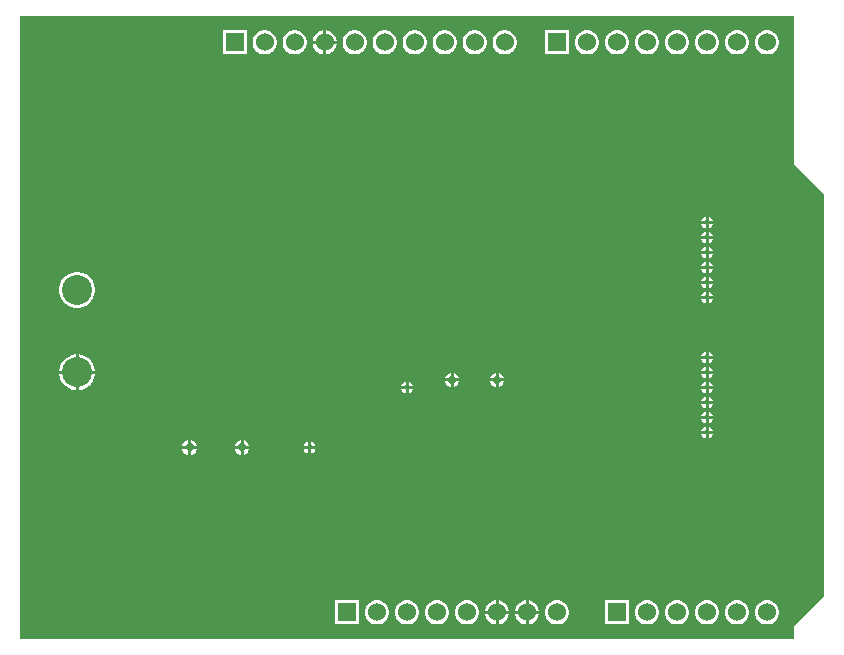
<source format=gbl>
G04*
G04 #@! TF.GenerationSoftware,Altium Limited,Altium Designer,23.0.1 (38)*
G04*
G04 Layer_Physical_Order=2*
G04 Layer_Color=16711680*
%FSLAX44Y44*%
%MOMM*%
G71*
G04*
G04 #@! TF.SameCoordinates,0F5A5953-1C99-4B13-B072-97D860EFC2FA*
G04*
G04*
G04 #@! TF.FilePolarity,Positive*
G04*
G01*
G75*
%ADD22R,1.5300X1.5300*%
%ADD23C,1.5300*%
%ADD24C,2.5400*%
%ADD25C,0.5080*%
%ADD26C,0.7112*%
G36*
X657810Y406400D02*
X658008Y405409D01*
X658569Y404569D01*
X683210Y379927D01*
Y39173D01*
X658569Y14531D01*
X658008Y13691D01*
X657810Y12700D01*
Y2590D01*
X2590D01*
Y530810D01*
X657810D01*
Y406400D01*
D02*
G37*
%LPC*%
G36*
X261692Y518190D02*
X261620D01*
Y509270D01*
X270540D01*
Y509342D01*
X269846Y511933D01*
X268504Y514257D01*
X266607Y516154D01*
X264283Y517496D01*
X261692Y518190D01*
D02*
G37*
G36*
X259080D02*
X259008D01*
X256417Y517496D01*
X254093Y516154D01*
X252196Y514257D01*
X250854Y511933D01*
X250160Y509342D01*
Y509270D01*
X259080D01*
Y518190D01*
D02*
G37*
G36*
X636342D02*
X633658D01*
X631067Y517496D01*
X628743Y516154D01*
X626846Y514257D01*
X625504Y511933D01*
X624810Y509342D01*
Y506658D01*
X625504Y504067D01*
X626846Y501743D01*
X628743Y499846D01*
X631067Y498504D01*
X633658Y497810D01*
X636342D01*
X638933Y498504D01*
X641257Y499846D01*
X643154Y501743D01*
X644496Y504067D01*
X645190Y506658D01*
Y509342D01*
X644496Y511933D01*
X643154Y514257D01*
X641257Y516154D01*
X638933Y517496D01*
X636342Y518190D01*
D02*
G37*
G36*
X610942D02*
X608258D01*
X605667Y517496D01*
X603343Y516154D01*
X601446Y514257D01*
X600104Y511933D01*
X599410Y509342D01*
Y506658D01*
X600104Y504067D01*
X601446Y501743D01*
X603343Y499846D01*
X605667Y498504D01*
X608258Y497810D01*
X610942D01*
X613533Y498504D01*
X615857Y499846D01*
X617754Y501743D01*
X619096Y504067D01*
X619790Y506658D01*
Y509342D01*
X619096Y511933D01*
X617754Y514257D01*
X615857Y516154D01*
X613533Y517496D01*
X610942Y518190D01*
D02*
G37*
G36*
X585542D02*
X582858D01*
X580267Y517496D01*
X577943Y516154D01*
X576046Y514257D01*
X574704Y511933D01*
X574010Y509342D01*
Y506658D01*
X574704Y504067D01*
X576046Y501743D01*
X577943Y499846D01*
X580267Y498504D01*
X582858Y497810D01*
X585542D01*
X588133Y498504D01*
X590457Y499846D01*
X592354Y501743D01*
X593696Y504067D01*
X594390Y506658D01*
Y509342D01*
X593696Y511933D01*
X592354Y514257D01*
X590457Y516154D01*
X588133Y517496D01*
X585542Y518190D01*
D02*
G37*
G36*
X560142D02*
X557458D01*
X554867Y517496D01*
X552543Y516154D01*
X550646Y514257D01*
X549304Y511933D01*
X548610Y509342D01*
Y506658D01*
X549304Y504067D01*
X550646Y501743D01*
X552543Y499846D01*
X554867Y498504D01*
X557458Y497810D01*
X560142D01*
X562733Y498504D01*
X565057Y499846D01*
X566954Y501743D01*
X568296Y504067D01*
X568990Y506658D01*
Y509342D01*
X568296Y511933D01*
X566954Y514257D01*
X565057Y516154D01*
X562733Y517496D01*
X560142Y518190D01*
D02*
G37*
G36*
X534742D02*
X532058D01*
X529467Y517496D01*
X527143Y516154D01*
X525246Y514257D01*
X523904Y511933D01*
X523210Y509342D01*
Y506658D01*
X523904Y504067D01*
X525246Y501743D01*
X527143Y499846D01*
X529467Y498504D01*
X532058Y497810D01*
X534742D01*
X537333Y498504D01*
X539657Y499846D01*
X541554Y501743D01*
X542896Y504067D01*
X543590Y506658D01*
Y509342D01*
X542896Y511933D01*
X541554Y514257D01*
X539657Y516154D01*
X537333Y517496D01*
X534742Y518190D01*
D02*
G37*
G36*
X509342D02*
X506658D01*
X504067Y517496D01*
X501743Y516154D01*
X499846Y514257D01*
X498504Y511933D01*
X497810Y509342D01*
Y506658D01*
X498504Y504067D01*
X499846Y501743D01*
X501743Y499846D01*
X504067Y498504D01*
X506658Y497810D01*
X509342D01*
X511933Y498504D01*
X514257Y499846D01*
X516154Y501743D01*
X517496Y504067D01*
X518190Y506658D01*
Y509342D01*
X517496Y511933D01*
X516154Y514257D01*
X514257Y516154D01*
X511933Y517496D01*
X509342Y518190D01*
D02*
G37*
G36*
X483942D02*
X481258D01*
X478667Y517496D01*
X476343Y516154D01*
X474446Y514257D01*
X473104Y511933D01*
X472410Y509342D01*
Y506658D01*
X473104Y504067D01*
X474446Y501743D01*
X476343Y499846D01*
X478667Y498504D01*
X481258Y497810D01*
X483942D01*
X486533Y498504D01*
X488857Y499846D01*
X490754Y501743D01*
X492096Y504067D01*
X492790Y506658D01*
Y509342D01*
X492096Y511933D01*
X490754Y514257D01*
X488857Y516154D01*
X486533Y517496D01*
X483942Y518190D01*
D02*
G37*
G36*
X467390D02*
X447010D01*
Y497810D01*
X467390D01*
Y518190D01*
D02*
G37*
G36*
X414092D02*
X411408D01*
X408817Y517496D01*
X406493Y516154D01*
X404596Y514257D01*
X403254Y511933D01*
X402560Y509342D01*
Y506658D01*
X403254Y504067D01*
X404596Y501743D01*
X406493Y499846D01*
X408817Y498504D01*
X411408Y497810D01*
X414092D01*
X416683Y498504D01*
X419007Y499846D01*
X420904Y501743D01*
X422246Y504067D01*
X422940Y506658D01*
Y509342D01*
X422246Y511933D01*
X420904Y514257D01*
X419007Y516154D01*
X416683Y517496D01*
X414092Y518190D01*
D02*
G37*
G36*
X388692D02*
X386008D01*
X383417Y517496D01*
X381093Y516154D01*
X379196Y514257D01*
X377854Y511933D01*
X377160Y509342D01*
Y506658D01*
X377854Y504067D01*
X379196Y501743D01*
X381093Y499846D01*
X383417Y498504D01*
X386008Y497810D01*
X388692D01*
X391283Y498504D01*
X393607Y499846D01*
X395504Y501743D01*
X396846Y504067D01*
X397540Y506658D01*
Y509342D01*
X396846Y511933D01*
X395504Y514257D01*
X393607Y516154D01*
X391283Y517496D01*
X388692Y518190D01*
D02*
G37*
G36*
X363292D02*
X360608D01*
X358017Y517496D01*
X355693Y516154D01*
X353796Y514257D01*
X352454Y511933D01*
X351760Y509342D01*
Y506658D01*
X352454Y504067D01*
X353796Y501743D01*
X355693Y499846D01*
X358017Y498504D01*
X360608Y497810D01*
X363292D01*
X365883Y498504D01*
X368207Y499846D01*
X370104Y501743D01*
X371446Y504067D01*
X372140Y506658D01*
Y509342D01*
X371446Y511933D01*
X370104Y514257D01*
X368207Y516154D01*
X365883Y517496D01*
X363292Y518190D01*
D02*
G37*
G36*
X337892D02*
X335208D01*
X332617Y517496D01*
X330293Y516154D01*
X328396Y514257D01*
X327054Y511933D01*
X326360Y509342D01*
Y506658D01*
X327054Y504067D01*
X328396Y501743D01*
X330293Y499846D01*
X332617Y498504D01*
X335208Y497810D01*
X337892D01*
X340483Y498504D01*
X342807Y499846D01*
X344704Y501743D01*
X346046Y504067D01*
X346740Y506658D01*
Y509342D01*
X346046Y511933D01*
X344704Y514257D01*
X342807Y516154D01*
X340483Y517496D01*
X337892Y518190D01*
D02*
G37*
G36*
X312492D02*
X309808D01*
X307217Y517496D01*
X304893Y516154D01*
X302996Y514257D01*
X301654Y511933D01*
X300960Y509342D01*
Y506658D01*
X301654Y504067D01*
X302996Y501743D01*
X304893Y499846D01*
X307217Y498504D01*
X309808Y497810D01*
X312492D01*
X315083Y498504D01*
X317407Y499846D01*
X319304Y501743D01*
X320646Y504067D01*
X321340Y506658D01*
Y509342D01*
X320646Y511933D01*
X319304Y514257D01*
X317407Y516154D01*
X315083Y517496D01*
X312492Y518190D01*
D02*
G37*
G36*
X287092D02*
X284408D01*
X281817Y517496D01*
X279493Y516154D01*
X277596Y514257D01*
X276254Y511933D01*
X275560Y509342D01*
Y506658D01*
X276254Y504067D01*
X277596Y501743D01*
X279493Y499846D01*
X281817Y498504D01*
X284408Y497810D01*
X287092D01*
X289683Y498504D01*
X292007Y499846D01*
X293904Y501743D01*
X295246Y504067D01*
X295940Y506658D01*
Y509342D01*
X295246Y511933D01*
X293904Y514257D01*
X292007Y516154D01*
X289683Y517496D01*
X287092Y518190D01*
D02*
G37*
G36*
X270540Y506730D02*
X261620D01*
Y497810D01*
X261692D01*
X264283Y498504D01*
X266607Y499846D01*
X268504Y501743D01*
X269846Y504067D01*
X270540Y506658D01*
Y506730D01*
D02*
G37*
G36*
X259080D02*
X250160D01*
Y506658D01*
X250854Y504067D01*
X252196Y501743D01*
X254093Y499846D01*
X256417Y498504D01*
X259008Y497810D01*
X259080D01*
Y506730D01*
D02*
G37*
G36*
X236292Y518190D02*
X233608D01*
X231017Y517496D01*
X228693Y516154D01*
X226796Y514257D01*
X225454Y511933D01*
X224760Y509342D01*
Y506658D01*
X225454Y504067D01*
X226796Y501743D01*
X228693Y499846D01*
X231017Y498504D01*
X233608Y497810D01*
X236292D01*
X238883Y498504D01*
X241207Y499846D01*
X243104Y501743D01*
X244446Y504067D01*
X245140Y506658D01*
Y509342D01*
X244446Y511933D01*
X243104Y514257D01*
X241207Y516154D01*
X238883Y517496D01*
X236292Y518190D01*
D02*
G37*
G36*
X210892D02*
X208208D01*
X205617Y517496D01*
X203293Y516154D01*
X201396Y514257D01*
X200054Y511933D01*
X199360Y509342D01*
Y506658D01*
X200054Y504067D01*
X201396Y501743D01*
X203293Y499846D01*
X205617Y498504D01*
X208208Y497810D01*
X210892D01*
X213483Y498504D01*
X215807Y499846D01*
X217704Y501743D01*
X219046Y504067D01*
X219740Y506658D01*
Y509342D01*
X219046Y511933D01*
X217704Y514257D01*
X215807Y516154D01*
X213483Y517496D01*
X210892Y518190D01*
D02*
G37*
G36*
X194340D02*
X173960D01*
Y497810D01*
X194340D01*
Y518190D01*
D02*
G37*
G36*
X585470Y360573D02*
Y356870D01*
X589173D01*
X588507Y358478D01*
X587078Y359907D01*
X585470Y360573D01*
D02*
G37*
G36*
X582930D02*
X581322Y359907D01*
X579893Y358478D01*
X579227Y356870D01*
X582930D01*
Y360573D01*
D02*
G37*
G36*
X589173Y354330D02*
X585470D01*
Y350628D01*
X587078Y351293D01*
X588507Y352722D01*
X589173Y354330D01*
D02*
G37*
G36*
X582930D02*
X579227D01*
X579893Y352722D01*
X581322Y351293D01*
X582930Y350628D01*
Y354330D01*
D02*
G37*
G36*
X585470Y347873D02*
Y344170D01*
X589173D01*
X588507Y345778D01*
X587078Y347207D01*
X585470Y347873D01*
D02*
G37*
G36*
X582930D02*
X581322Y347207D01*
X579893Y345778D01*
X579227Y344170D01*
X582930D01*
Y347873D01*
D02*
G37*
G36*
X589173Y341630D02*
X585470D01*
Y337928D01*
X587078Y338593D01*
X588507Y340022D01*
X589173Y341630D01*
D02*
G37*
G36*
X582930D02*
X579227D01*
X579893Y340022D01*
X581322Y338593D01*
X582930Y337928D01*
Y341630D01*
D02*
G37*
G36*
X585470Y335173D02*
Y331470D01*
X589173D01*
X588507Y333078D01*
X587078Y334507D01*
X585470Y335173D01*
D02*
G37*
G36*
X582930D02*
X581322Y334507D01*
X579893Y333078D01*
X579227Y331470D01*
X582930D01*
Y335173D01*
D02*
G37*
G36*
X589173Y328930D02*
X585470D01*
Y325228D01*
X587078Y325893D01*
X588507Y327322D01*
X589173Y328930D01*
D02*
G37*
G36*
X582930D02*
X579227D01*
X579893Y327322D01*
X581322Y325893D01*
X582930Y325228D01*
Y328930D01*
D02*
G37*
G36*
X585470Y322472D02*
Y318770D01*
X589173D01*
X588507Y320378D01*
X587078Y321807D01*
X585470Y322472D01*
D02*
G37*
G36*
X582930D02*
X581322Y321807D01*
X579893Y320378D01*
X579227Y318770D01*
X582930D01*
Y322472D01*
D02*
G37*
G36*
X589173Y316230D02*
X585470D01*
Y312528D01*
X587078Y313193D01*
X588507Y314622D01*
X589173Y316230D01*
D02*
G37*
G36*
X582930D02*
X579227D01*
X579893Y314622D01*
X581322Y313193D01*
X582930Y312528D01*
Y316230D01*
D02*
G37*
G36*
X585470Y309772D02*
Y306070D01*
X589173D01*
X588507Y307678D01*
X587078Y309107D01*
X585470Y309772D01*
D02*
G37*
G36*
X582930D02*
X581322Y309107D01*
X579893Y307678D01*
X579227Y306070D01*
X582930D01*
Y309772D01*
D02*
G37*
G36*
X589173Y303530D02*
X585470D01*
Y299827D01*
X587078Y300493D01*
X588507Y301922D01*
X589173Y303530D01*
D02*
G37*
G36*
X582930D02*
X579227D01*
X579893Y301922D01*
X581322Y300493D01*
X582930Y299827D01*
Y303530D01*
D02*
G37*
G36*
X585470Y297073D02*
Y293370D01*
X589173D01*
X588507Y294978D01*
X587078Y296407D01*
X585470Y297073D01*
D02*
G37*
G36*
X582930D02*
X581322Y296407D01*
X579893Y294978D01*
X579227Y293370D01*
X582930D01*
Y297073D01*
D02*
G37*
G36*
X589173Y290830D02*
X585470D01*
Y287127D01*
X587078Y287793D01*
X588507Y289222D01*
X589173Y290830D01*
D02*
G37*
G36*
X582930D02*
X579227D01*
X579893Y289222D01*
X581322Y287793D01*
X582930Y287127D01*
Y290830D01*
D02*
G37*
G36*
X52301Y313690D02*
X49299D01*
X46355Y313104D01*
X43581Y311956D01*
X41085Y310288D01*
X38962Y308165D01*
X37294Y305669D01*
X36146Y302895D01*
X35560Y299951D01*
Y296949D01*
X36146Y294005D01*
X37294Y291231D01*
X38962Y288735D01*
X41085Y286612D01*
X43581Y284944D01*
X46355Y283796D01*
X49299Y283210D01*
X52301D01*
X55245Y283796D01*
X58019Y284944D01*
X60515Y286612D01*
X62638Y288735D01*
X64306Y291231D01*
X65454Y294005D01*
X66040Y296949D01*
Y299951D01*
X65454Y302895D01*
X64306Y305669D01*
X62638Y308165D01*
X60515Y310288D01*
X58019Y311956D01*
X55245Y313104D01*
X52301Y313690D01*
D02*
G37*
G36*
X585470Y246273D02*
Y242570D01*
X589173D01*
X588507Y244178D01*
X587078Y245607D01*
X585470Y246273D01*
D02*
G37*
G36*
X582930D02*
X581322Y245607D01*
X579893Y244178D01*
X579227Y242570D01*
X582930D01*
Y246273D01*
D02*
G37*
G36*
X589173Y240030D02*
X585470D01*
Y236327D01*
X587078Y236993D01*
X588507Y238422D01*
X589173Y240030D01*
D02*
G37*
G36*
X582930D02*
X579227D01*
X579893Y238422D01*
X581322Y236993D01*
X582930Y236327D01*
Y240030D01*
D02*
G37*
G36*
X585470Y233573D02*
Y229870D01*
X589173D01*
X588507Y231478D01*
X587078Y232907D01*
X585470Y233573D01*
D02*
G37*
G36*
X582930D02*
X581322Y232907D01*
X579893Y231478D01*
X579227Y229870D01*
X582930D01*
Y233573D01*
D02*
G37*
G36*
X52301Y243840D02*
X52070D01*
Y229870D01*
X66040D01*
Y230101D01*
X65454Y233045D01*
X64306Y235819D01*
X62638Y238315D01*
X60515Y240438D01*
X58019Y242106D01*
X55245Y243254D01*
X52301Y243840D01*
D02*
G37*
G36*
X49530D02*
X49299D01*
X46355Y243254D01*
X43581Y242106D01*
X41085Y240438D01*
X38962Y238315D01*
X37294Y235819D01*
X36146Y233045D01*
X35560Y230101D01*
Y229870D01*
X49530D01*
Y243840D01*
D02*
G37*
G36*
X589173Y227330D02*
X585470D01*
Y223627D01*
X587078Y224293D01*
X588507Y225722D01*
X589173Y227330D01*
D02*
G37*
G36*
X582930D02*
X579227D01*
X579893Y225722D01*
X581322Y224293D01*
X582930Y223627D01*
Y227330D01*
D02*
G37*
G36*
X407670Y228322D02*
Y223520D01*
X412472D01*
X411568Y225703D01*
X409853Y227418D01*
X407670Y228322D01*
D02*
G37*
G36*
X405130D02*
X402947Y227418D01*
X401232Y225703D01*
X400328Y223520D01*
X405130D01*
Y228322D01*
D02*
G37*
G36*
X369570D02*
Y223520D01*
X374372D01*
X373468Y225703D01*
X371753Y227418D01*
X369570Y228322D01*
D02*
G37*
G36*
X367030D02*
X364847Y227418D01*
X363132Y225703D01*
X362228Y223520D01*
X367030D01*
Y228322D01*
D02*
G37*
G36*
X585470Y220872D02*
Y217170D01*
X589173D01*
X588507Y218778D01*
X587078Y220207D01*
X585470Y220872D01*
D02*
G37*
G36*
X582930D02*
X581322Y220207D01*
X579893Y218778D01*
X579227Y217170D01*
X582930D01*
Y220872D01*
D02*
G37*
G36*
X331470D02*
Y217170D01*
X335173D01*
X334507Y218778D01*
X333078Y220207D01*
X331470Y220872D01*
D02*
G37*
G36*
X328930D02*
X327322Y220207D01*
X325893Y218778D01*
X325228Y217170D01*
X328930D01*
Y220872D01*
D02*
G37*
G36*
X412472Y220980D02*
X407670D01*
Y216178D01*
X409853Y217082D01*
X411568Y218797D01*
X412472Y220980D01*
D02*
G37*
G36*
X405130D02*
X400328D01*
X401232Y218797D01*
X402947Y217082D01*
X405130Y216178D01*
Y220980D01*
D02*
G37*
G36*
X374372D02*
X369570D01*
Y216178D01*
X371753Y217082D01*
X373468Y218797D01*
X374372Y220980D01*
D02*
G37*
G36*
X367030D02*
X362228D01*
X363132Y218797D01*
X364847Y217082D01*
X367030Y216178D01*
Y220980D01*
D02*
G37*
G36*
X66040Y227330D02*
X52070D01*
Y213360D01*
X52301D01*
X55245Y213946D01*
X58019Y215095D01*
X60515Y216762D01*
X62638Y218885D01*
X64306Y221381D01*
X65454Y224155D01*
X66040Y227099D01*
Y227330D01*
D02*
G37*
G36*
X49530D02*
X35560D01*
Y227099D01*
X36146Y224155D01*
X37294Y221381D01*
X38962Y218885D01*
X41085Y216762D01*
X43581Y215095D01*
X46355Y213946D01*
X49299Y213360D01*
X49530D01*
Y227330D01*
D02*
G37*
G36*
X589173Y214630D02*
X585470D01*
Y210928D01*
X587078Y211593D01*
X588507Y213022D01*
X589173Y214630D01*
D02*
G37*
G36*
X582930D02*
X579227D01*
X579893Y213022D01*
X581322Y211593D01*
X582930Y210928D01*
Y214630D01*
D02*
G37*
G36*
X335173D02*
X331470D01*
Y210928D01*
X333078Y211593D01*
X334507Y213022D01*
X335173Y214630D01*
D02*
G37*
G36*
X328930D02*
X325228D01*
X325893Y213022D01*
X327322Y211593D01*
X328930Y210928D01*
Y214630D01*
D02*
G37*
G36*
X585470Y208172D02*
Y204470D01*
X589173D01*
X588507Y206078D01*
X587078Y207507D01*
X585470Y208172D01*
D02*
G37*
G36*
X582930D02*
X581322Y207507D01*
X579893Y206078D01*
X579227Y204470D01*
X582930D01*
Y208172D01*
D02*
G37*
G36*
X589173Y201930D02*
X585470D01*
Y198228D01*
X587078Y198893D01*
X588507Y200322D01*
X589173Y201930D01*
D02*
G37*
G36*
X582930D02*
X579227D01*
X579893Y200322D01*
X581322Y198893D01*
X582930Y198228D01*
Y201930D01*
D02*
G37*
G36*
X585470Y195473D02*
Y191770D01*
X589173D01*
X588507Y193378D01*
X587078Y194807D01*
X585470Y195473D01*
D02*
G37*
G36*
X582930D02*
X581322Y194807D01*
X579893Y193378D01*
X579227Y191770D01*
X582930D01*
Y195473D01*
D02*
G37*
G36*
X589173Y189230D02*
X585470D01*
Y185527D01*
X587078Y186193D01*
X588507Y187622D01*
X589173Y189230D01*
D02*
G37*
G36*
X582930D02*
X579227D01*
X579893Y187622D01*
X581322Y186193D01*
X582930Y185527D01*
Y189230D01*
D02*
G37*
G36*
X585470Y182773D02*
Y179070D01*
X589173D01*
X588507Y180678D01*
X587078Y182107D01*
X585470Y182773D01*
D02*
G37*
G36*
X582930D02*
X581322Y182107D01*
X579893Y180678D01*
X579227Y179070D01*
X582930D01*
Y182773D01*
D02*
G37*
G36*
X589173Y176530D02*
X585470D01*
Y172827D01*
X587078Y173493D01*
X588507Y174922D01*
X589173Y176530D01*
D02*
G37*
G36*
X582930D02*
X579227D01*
X579893Y174922D01*
X581322Y173493D01*
X582930Y172827D01*
Y176530D01*
D02*
G37*
G36*
X248920Y170072D02*
Y166370D01*
X252623D01*
X251957Y167978D01*
X250528Y169407D01*
X248920Y170072D01*
D02*
G37*
G36*
X246380D02*
X244772Y169407D01*
X243343Y167978D01*
X242677Y166370D01*
X246380D01*
Y170072D01*
D02*
G37*
G36*
X191770Y171172D02*
Y166370D01*
X196572D01*
X195668Y168553D01*
X193953Y170268D01*
X191770Y171172D01*
D02*
G37*
G36*
X189230D02*
X187047Y170268D01*
X185332Y168553D01*
X184428Y166370D01*
X189230D01*
Y171172D01*
D02*
G37*
G36*
X147320D02*
Y166370D01*
X152122D01*
X151218Y168553D01*
X149503Y170268D01*
X147320Y171172D01*
D02*
G37*
G36*
X144780D02*
X142597Y170268D01*
X140882Y168553D01*
X139978Y166370D01*
X144780D01*
Y171172D01*
D02*
G37*
G36*
X252623Y163830D02*
X248920D01*
Y160128D01*
X250528Y160793D01*
X251957Y162222D01*
X252623Y163830D01*
D02*
G37*
G36*
X246380D02*
X242677D01*
X243343Y162222D01*
X244772Y160793D01*
X246380Y160128D01*
Y163830D01*
D02*
G37*
G36*
X196572D02*
X191770D01*
Y159028D01*
X193953Y159932D01*
X195668Y161647D01*
X196572Y163830D01*
D02*
G37*
G36*
X189230D02*
X184428D01*
X185332Y161647D01*
X187047Y159932D01*
X189230Y159028D01*
Y163830D01*
D02*
G37*
G36*
X152122D02*
X147320D01*
Y159028D01*
X149503Y159932D01*
X151218Y161647D01*
X152122Y163830D01*
D02*
G37*
G36*
X144780D02*
X139978D01*
X140882Y161647D01*
X142597Y159932D01*
X144780Y159028D01*
Y163830D01*
D02*
G37*
G36*
X407742Y35590D02*
X407670D01*
Y26670D01*
X416590D01*
Y26742D01*
X415896Y29333D01*
X414554Y31657D01*
X412657Y33554D01*
X410333Y34896D01*
X407742Y35590D01*
D02*
G37*
G36*
X433142D02*
X433070D01*
Y26670D01*
X441990D01*
Y26742D01*
X441296Y29333D01*
X439954Y31657D01*
X438057Y33554D01*
X435733Y34896D01*
X433142Y35590D01*
D02*
G37*
G36*
X405130D02*
X405058D01*
X402467Y34896D01*
X400143Y33554D01*
X398246Y31657D01*
X396904Y29333D01*
X396210Y26742D01*
Y26670D01*
X405130D01*
Y35590D01*
D02*
G37*
G36*
X430530D02*
X430458D01*
X427867Y34896D01*
X425543Y33554D01*
X423646Y31657D01*
X422304Y29333D01*
X421610Y26742D01*
Y26670D01*
X430530D01*
Y35590D01*
D02*
G37*
G36*
X636342D02*
X633658D01*
X631067Y34896D01*
X628743Y33554D01*
X626846Y31657D01*
X625504Y29333D01*
X624810Y26742D01*
Y24058D01*
X625504Y21467D01*
X626846Y19143D01*
X628743Y17246D01*
X631067Y15904D01*
X633658Y15210D01*
X636342D01*
X638933Y15904D01*
X641257Y17246D01*
X643154Y19143D01*
X644496Y21467D01*
X645190Y24058D01*
Y26742D01*
X644496Y29333D01*
X643154Y31657D01*
X641257Y33554D01*
X638933Y34896D01*
X636342Y35590D01*
D02*
G37*
G36*
X610942D02*
X608258D01*
X605667Y34896D01*
X603343Y33554D01*
X601446Y31657D01*
X600104Y29333D01*
X599410Y26742D01*
Y24058D01*
X600104Y21467D01*
X601446Y19143D01*
X603343Y17246D01*
X605667Y15904D01*
X608258Y15210D01*
X610942D01*
X613533Y15904D01*
X615857Y17246D01*
X617754Y19143D01*
X619096Y21467D01*
X619790Y24058D01*
Y26742D01*
X619096Y29333D01*
X617754Y31657D01*
X615857Y33554D01*
X613533Y34896D01*
X610942Y35590D01*
D02*
G37*
G36*
X585542D02*
X582858D01*
X580267Y34896D01*
X577943Y33554D01*
X576046Y31657D01*
X574704Y29333D01*
X574010Y26742D01*
Y24058D01*
X574704Y21467D01*
X576046Y19143D01*
X577943Y17246D01*
X580267Y15904D01*
X582858Y15210D01*
X585542D01*
X588133Y15904D01*
X590457Y17246D01*
X592354Y19143D01*
X593696Y21467D01*
X594390Y24058D01*
Y26742D01*
X593696Y29333D01*
X592354Y31657D01*
X590457Y33554D01*
X588133Y34896D01*
X585542Y35590D01*
D02*
G37*
G36*
X560142D02*
X557458D01*
X554867Y34896D01*
X552543Y33554D01*
X550646Y31657D01*
X549304Y29333D01*
X548610Y26742D01*
Y24058D01*
X549304Y21467D01*
X550646Y19143D01*
X552543Y17246D01*
X554867Y15904D01*
X557458Y15210D01*
X560142D01*
X562733Y15904D01*
X565057Y17246D01*
X566954Y19143D01*
X568296Y21467D01*
X568990Y24058D01*
Y26742D01*
X568296Y29333D01*
X566954Y31657D01*
X565057Y33554D01*
X562733Y34896D01*
X560142Y35590D01*
D02*
G37*
G36*
X534742D02*
X532058D01*
X529467Y34896D01*
X527143Y33554D01*
X525246Y31657D01*
X523904Y29333D01*
X523210Y26742D01*
Y24058D01*
X523904Y21467D01*
X525246Y19143D01*
X527143Y17246D01*
X529467Y15904D01*
X532058Y15210D01*
X534742D01*
X537333Y15904D01*
X539657Y17246D01*
X541554Y19143D01*
X542896Y21467D01*
X543590Y24058D01*
Y26742D01*
X542896Y29333D01*
X541554Y31657D01*
X539657Y33554D01*
X537333Y34896D01*
X534742Y35590D01*
D02*
G37*
G36*
X518190D02*
X497810D01*
Y15210D01*
X518190D01*
Y35590D01*
D02*
G37*
G36*
X458542D02*
X455858D01*
X453267Y34896D01*
X450943Y33554D01*
X449046Y31657D01*
X447704Y29333D01*
X447010Y26742D01*
Y24058D01*
X447704Y21467D01*
X449046Y19143D01*
X450943Y17246D01*
X453267Y15904D01*
X455858Y15210D01*
X458542D01*
X461133Y15904D01*
X463457Y17246D01*
X465354Y19143D01*
X466696Y21467D01*
X467390Y24058D01*
Y26742D01*
X466696Y29333D01*
X465354Y31657D01*
X463457Y33554D01*
X461133Y34896D01*
X458542Y35590D01*
D02*
G37*
G36*
X441990Y24130D02*
X433070D01*
Y15210D01*
X433142D01*
X435733Y15904D01*
X438057Y17246D01*
X439954Y19143D01*
X441296Y21467D01*
X441990Y24058D01*
Y24130D01*
D02*
G37*
G36*
X430530D02*
X421610D01*
Y24058D01*
X422304Y21467D01*
X423646Y19143D01*
X425543Y17246D01*
X427867Y15904D01*
X430458Y15210D01*
X430530D01*
Y24130D01*
D02*
G37*
G36*
X416590D02*
X407670D01*
Y15210D01*
X407742D01*
X410333Y15904D01*
X412657Y17246D01*
X414554Y19143D01*
X415896Y21467D01*
X416590Y24058D01*
Y24130D01*
D02*
G37*
G36*
X405130D02*
X396210D01*
Y24058D01*
X396904Y21467D01*
X398246Y19143D01*
X400143Y17246D01*
X402467Y15904D01*
X405058Y15210D01*
X405130D01*
Y24130D01*
D02*
G37*
G36*
X382342Y35590D02*
X379658D01*
X377067Y34896D01*
X374743Y33554D01*
X372846Y31657D01*
X371504Y29333D01*
X370810Y26742D01*
Y24058D01*
X371504Y21467D01*
X372846Y19143D01*
X374743Y17246D01*
X377067Y15904D01*
X379658Y15210D01*
X382342D01*
X384933Y15904D01*
X387257Y17246D01*
X389154Y19143D01*
X390496Y21467D01*
X391190Y24058D01*
Y26742D01*
X390496Y29333D01*
X389154Y31657D01*
X387257Y33554D01*
X384933Y34896D01*
X382342Y35590D01*
D02*
G37*
G36*
X356942D02*
X354258D01*
X351667Y34896D01*
X349343Y33554D01*
X347446Y31657D01*
X346104Y29333D01*
X345410Y26742D01*
Y24058D01*
X346104Y21467D01*
X347446Y19143D01*
X349343Y17246D01*
X351667Y15904D01*
X354258Y15210D01*
X356942D01*
X359533Y15904D01*
X361857Y17246D01*
X363754Y19143D01*
X365096Y21467D01*
X365790Y24058D01*
Y26742D01*
X365096Y29333D01*
X363754Y31657D01*
X361857Y33554D01*
X359533Y34896D01*
X356942Y35590D01*
D02*
G37*
G36*
X331542D02*
X328858D01*
X326267Y34896D01*
X323943Y33554D01*
X322046Y31657D01*
X320704Y29333D01*
X320010Y26742D01*
Y24058D01*
X320704Y21467D01*
X322046Y19143D01*
X323943Y17246D01*
X326267Y15904D01*
X328858Y15210D01*
X331542D01*
X334133Y15904D01*
X336457Y17246D01*
X338354Y19143D01*
X339696Y21467D01*
X340390Y24058D01*
Y26742D01*
X339696Y29333D01*
X338354Y31657D01*
X336457Y33554D01*
X334133Y34896D01*
X331542Y35590D01*
D02*
G37*
G36*
X306142D02*
X303458D01*
X300867Y34896D01*
X298543Y33554D01*
X296646Y31657D01*
X295304Y29333D01*
X294610Y26742D01*
Y24058D01*
X295304Y21467D01*
X296646Y19143D01*
X298543Y17246D01*
X300867Y15904D01*
X303458Y15210D01*
X306142D01*
X308733Y15904D01*
X311057Y17246D01*
X312954Y19143D01*
X314296Y21467D01*
X314990Y24058D01*
Y26742D01*
X314296Y29333D01*
X312954Y31657D01*
X311057Y33554D01*
X308733Y34896D01*
X306142Y35590D01*
D02*
G37*
G36*
X289590D02*
X269210D01*
Y15210D01*
X289590D01*
Y35590D01*
D02*
G37*
%LPD*%
D22*
X184150Y508000D02*
D03*
X457200D02*
D03*
X508000Y25400D02*
D03*
X279400D02*
D03*
D23*
X209550Y508000D02*
D03*
X234950D02*
D03*
X260350D02*
D03*
X285750D02*
D03*
X311150D02*
D03*
X336550D02*
D03*
X361950D02*
D03*
X387350D02*
D03*
X412750D02*
D03*
X482600D02*
D03*
X508000D02*
D03*
X533400D02*
D03*
X558800D02*
D03*
X584200D02*
D03*
X609600D02*
D03*
X635000D02*
D03*
X533400Y25400D02*
D03*
X558800D02*
D03*
X584200D02*
D03*
X609600D02*
D03*
X635000D02*
D03*
X304800D02*
D03*
X330200D02*
D03*
X355600D02*
D03*
X381000D02*
D03*
X406400D02*
D03*
X431800D02*
D03*
X457200D02*
D03*
D24*
X50800Y228600D02*
D03*
Y298450D02*
D03*
D25*
X584200Y355600D02*
D03*
Y342900D02*
D03*
Y330200D02*
D03*
Y317500D02*
D03*
Y304800D02*
D03*
Y292100D02*
D03*
Y241300D02*
D03*
Y228600D02*
D03*
Y215900D02*
D03*
Y203200D02*
D03*
Y190500D02*
D03*
Y177800D02*
D03*
X330200Y215900D02*
D03*
X247650Y165100D02*
D03*
D26*
X406400Y222250D02*
D03*
X368300D02*
D03*
X190500Y165100D02*
D03*
X146050D02*
D03*
M02*

</source>
